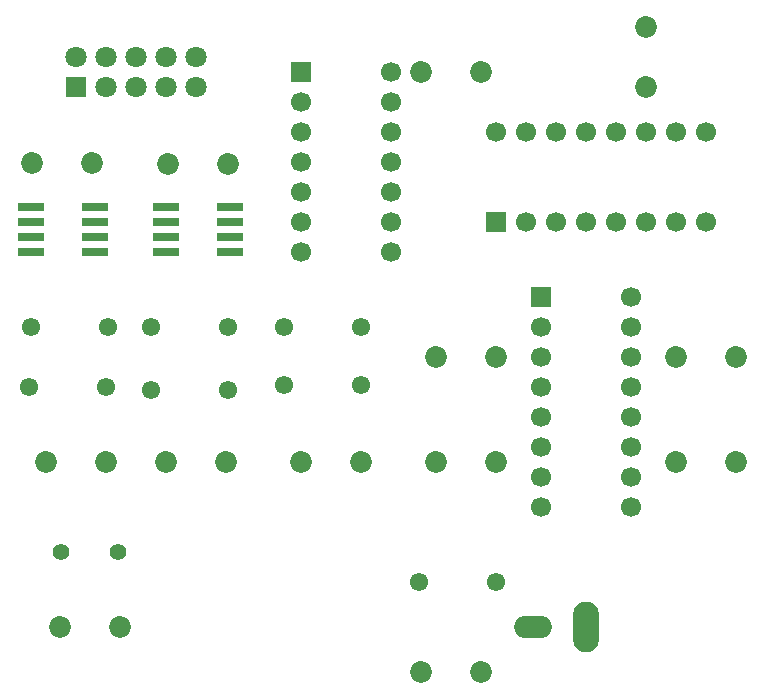
<source format=gbr>
G04 DipTrace 3.2.0.1*
G04 TopMask.gbr*
%MOIN*%
G04 #@! TF.FileFunction,Soldermask,Top*
G04 #@! TF.Part,Single*
%ADD34C,0.055874*%
%ADD36C,0.070874*%
%ADD38R,0.070874X0.070874*%
%ADD40O,0.125984X0.074803*%
%ADD42O,0.086614X0.169291*%
%ADD44C,0.066929*%
%ADD46R,0.066929X0.066929*%
%ADD48C,0.061024*%
%ADD50R,0.086614X0.031496*%
%ADD52C,0.072835*%
%FSLAX26Y26*%
G04*
G70*
G90*
G75*
G01*
G04 TopMask*
%LPD*%
D52*
X1943701Y1593701D3*
X2143701D3*
X1943701Y1243701D3*
X2143701D3*
X1051181Y2237270D3*
X1251181D3*
D50*
X1043701Y2093701D3*
Y2043701D3*
Y1993701D3*
Y1943701D3*
X1256299D3*
Y1993701D3*
Y2043701D3*
Y2093701D3*
D48*
X993701Y1693701D3*
X1249606D3*
Y1486614D3*
X993701D3*
D52*
X1243701Y1243701D3*
X1043701D3*
X1693701D3*
X1493701D3*
X843701D3*
X643701D3*
D46*
X2293701Y1793701D3*
D44*
Y1693701D3*
Y1593701D3*
Y1493701D3*
Y1393701D3*
Y1293701D3*
Y1193701D3*
Y1093701D3*
X2593701D3*
Y1193701D3*
Y1293701D3*
Y1393701D3*
Y1493701D3*
Y1593701D3*
Y1693701D3*
Y1793701D3*
D52*
X2093701Y543701D3*
X1893701D3*
D48*
X2143701Y843701D3*
X1887795D3*
D46*
X2143701Y2043701D3*
D44*
X2243701D3*
X2343701D3*
X2443701D3*
X2543701D3*
X2643701D3*
X2743701D3*
X2843701D3*
Y2343701D3*
X2743701D3*
X2643701D3*
X2543701D3*
X2443701D3*
X2343701D3*
X2243701D3*
X2143701D3*
D52*
X2643701Y2493701D3*
Y2693701D3*
X2743701Y1593701D3*
X2943701D3*
X2743701Y1243701D3*
X2943701D3*
D46*
X1493701Y2543701D3*
D44*
Y2443701D3*
Y2343701D3*
Y2243701D3*
Y2143701D3*
Y2043701D3*
Y1943701D3*
X1793701D3*
Y2043701D3*
Y2143701D3*
Y2243701D3*
Y2343701D3*
Y2443701D3*
Y2543701D3*
D52*
X1893701Y2543655D3*
X2093701D3*
D48*
X1437795Y1500787D3*
X1693701D3*
Y1693701D3*
X1437795D3*
D42*
X2443701Y693701D3*
D40*
X2266535D3*
D38*
X743701Y2493701D3*
D36*
X843701D3*
X943701D3*
X1043701D3*
X1143701D3*
X743701Y2593701D3*
X843701D3*
X943701D3*
X1043701D3*
X1143701D3*
D52*
X797703Y2241601D3*
X597703D3*
D50*
X593701Y2093701D3*
Y2043701D3*
Y1993701D3*
Y1943701D3*
X806299D3*
Y1993701D3*
Y2043701D3*
Y2093701D3*
D48*
X593701Y1693701D3*
X849606D3*
X843701Y1493701D3*
X587795D3*
D34*
X693701Y943701D3*
X883701D3*
D52*
X688701Y693701D3*
X888701D3*
M02*

</source>
